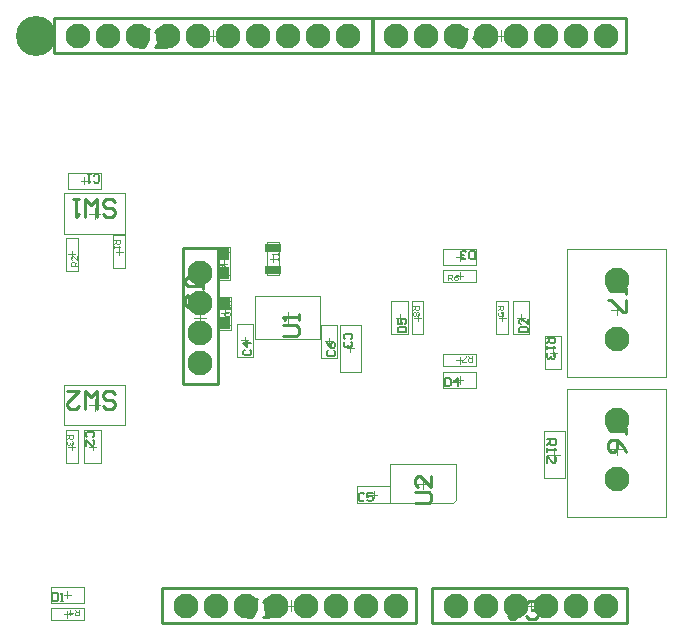
<source format=gbs>
G04*
G04 #@! TF.GenerationSoftware,Altium Limited,Altium Designer,22.7.1 (60)*
G04*
G04 Layer_Color=16711935*
%FSLAX25Y25*%
%MOIN*%
G70*
G04*
G04 #@! TF.SameCoordinates,FBDB1D81-1F97-4559-A255-E9B88A778833*
G04*
G04*
G04 #@! TF.FilePolarity,Negative*
G04*
G01*
G75*
%ADD11C,0.00984*%
%ADD13C,0.00394*%
%ADD14C,0.01000*%
%ADD15C,0.00866*%
%ADD16C,0.00591*%
%ADD26R,0.05512X0.03150*%
%ADD32C,0.08268*%
%ADD33C,0.13386*%
%ADD34C,0.00394*%
%ADD43R,0.03494X0.04194*%
D11*
X63494Y129234D02*
X75305D01*
X63494Y83880D02*
Y129234D01*
Y83880D02*
X75305D01*
Y129234D01*
X20495Y194095D02*
Y205906D01*
Y194095D02*
X126873D01*
Y205906D01*
X20495D02*
X126873D01*
X126495D02*
X211219D01*
Y194095D02*
Y205906D01*
X126495Y194095D02*
X211219D01*
X126495D02*
Y205906D01*
X146495Y4095D02*
Y15905D01*
Y4095D02*
X211534D01*
Y15905D01*
X146495D02*
X211534D01*
X56495Y4095D02*
Y15905D01*
Y4095D02*
X141219D01*
Y15905D01*
X56495D02*
X141219D01*
X75305Y83880D02*
Y129234D01*
X63494Y83880D02*
X75305D01*
X63494D02*
Y129234D01*
X75305D01*
X20495Y205906D02*
X126873D01*
Y194095D02*
Y205906D01*
X20495Y194095D02*
X126873D01*
X20495D02*
Y205906D01*
X126495Y194095D02*
Y205906D01*
Y194095D02*
X211219D01*
Y205906D01*
X126495D02*
X211219D01*
X146495Y15905D02*
X211534D01*
Y4095D02*
Y15905D01*
X146495Y4095D02*
X211534D01*
X146495D02*
Y15905D01*
X56495D02*
X141219D01*
Y4095D02*
Y15905D01*
X56495Y4095D02*
X141219D01*
X56495D02*
Y15905D01*
D13*
X75196Y120079D02*
X79133D01*
X75196Y127953D02*
X79133D01*
X75196Y120079D02*
Y127953D01*
X79133Y120079D02*
Y127953D01*
X75589Y111417D02*
X79526D01*
X75589Y103543D02*
X79526D01*
Y111417D01*
X75589Y103543D02*
Y111417D01*
X67431Y106005D02*
X71368D01*
X69399Y104037D02*
Y107974D01*
X132676Y44193D02*
Y57087D01*
X154723D01*
Y45276D02*
Y57087D01*
X153640Y44193D02*
X154723Y45276D01*
X132676Y44193D02*
X153640D01*
X143700Y48720D02*
Y52658D01*
X141731Y50689D02*
X145668D01*
X73723Y198031D02*
Y201969D01*
X71755Y200000D02*
X75692D01*
X167755D02*
X171692D01*
X169723Y198031D02*
Y201969D01*
X81495Y92913D02*
X87007D01*
Y103937D01*
X81495D02*
X87007D01*
X81495Y92913D02*
Y103937D01*
X84251Y97244D02*
Y99606D01*
X83070Y98425D02*
X85432D01*
X23900Y70079D02*
X24800D01*
X44373D01*
X23900D02*
Y83465D01*
X44373D01*
Y70079D02*
Y83465D01*
X32168Y76772D02*
X36105D01*
X34137Y74803D02*
Y78740D01*
X23900Y133993D02*
X24800D01*
X44373D01*
X23900D02*
Y147379D01*
X44373D01*
Y133993D02*
Y147379D01*
X32168Y140686D02*
X36105D01*
X34137Y138717D02*
Y142654D01*
X184251Y99803D02*
X189763D01*
X184251Y88779D02*
Y99803D01*
Y88779D02*
X189763D01*
Y99803D01*
X187007Y93110D02*
Y95472D01*
X185826Y94291D02*
X188188D01*
X191633Y82185D02*
X224704D01*
X191633Y39665D02*
Y82185D01*
Y39665D02*
X224704D01*
Y82185D01*
X208168Y60138D02*
Y64075D01*
X206200Y62106D02*
X210137D01*
X191633Y128740D02*
X224704D01*
X191633Y86221D02*
Y128740D01*
Y86221D02*
X224704D01*
Y128740D01*
X208168Y106693D02*
Y110630D01*
X206200Y108661D02*
X210137D01*
X26574Y125984D02*
Y128347D01*
X25392Y127165D02*
X27755D01*
X24605Y121653D02*
X28542D01*
Y132677D01*
X24605D02*
X28542D01*
X24605Y121653D02*
Y132677D01*
X173522Y100445D02*
X179034D01*
Y111469D01*
X173522D02*
X179034D01*
X173522Y100445D02*
Y111469D01*
X176278Y104776D02*
Y107138D01*
X175097Y105957D02*
X177459D01*
X170037Y104776D02*
Y107138D01*
X168856Y105957D02*
X171219D01*
X168069Y111469D02*
X172006D01*
X168069Y100445D02*
Y111469D01*
Y100445D02*
X172006D01*
Y111469D01*
X154723Y119960D02*
X157085D01*
X155904Y118779D02*
Y121142D01*
X150392Y117992D02*
Y121929D01*
Y117992D02*
X161416D01*
Y121929D01*
X150392D02*
X161416D01*
Y123378D02*
Y128890D01*
X150392D02*
X161416D01*
X150392Y123378D02*
Y128890D01*
Y123378D02*
X161416D01*
X154723Y126134D02*
X157085D01*
X155904Y124953D02*
Y127315D01*
X141797Y104776D02*
Y107138D01*
X140616Y105957D02*
X142979D01*
X139829Y111469D02*
X143766D01*
X139829Y100445D02*
Y111469D01*
Y100445D02*
X143766D01*
Y111469D01*
X134644Y105957D02*
X137007D01*
X135826Y104776D02*
Y107138D01*
X133070Y100445D02*
Y111469D01*
X138582D01*
Y100445D02*
Y111469D01*
X133070Y100445D02*
X138582D01*
X30707Y150394D02*
Y152756D01*
X29526Y151575D02*
X31889D01*
X25196Y148819D02*
X36219D01*
X25196D02*
Y154331D01*
X36219D01*
Y148819D02*
Y154331D01*
X44290Y122441D02*
Y133465D01*
X40353Y122441D02*
X44290D01*
X40353D02*
Y133465D01*
X44290D01*
X41140Y127953D02*
X43503D01*
X42322Y126772D02*
Y129134D01*
X28542Y57480D02*
Y68504D01*
X24605Y57480D02*
X28542D01*
X24605D02*
Y68504D01*
X28542D01*
X25392Y62992D02*
X27755D01*
X26574Y61811D02*
Y64173D01*
X32282Y62992D02*
X34644D01*
X33463Y61811D02*
Y64173D01*
X36219Y57480D02*
Y68504D01*
X30707Y57480D02*
X36219D01*
X30707D02*
Y68504D01*
X36219D01*
X87628Y98830D02*
Y113190D01*
X109281D01*
Y98830D02*
Y113190D01*
X87628Y98830D02*
X109281D01*
X98454Y104037D02*
Y107974D01*
X96486Y106005D02*
X100423D01*
X111022Y98132D02*
X113385D01*
X112204Y96951D02*
Y99313D01*
X109448Y92620D02*
Y103644D01*
X114959D01*
Y92620D02*
Y103644D01*
X109448Y92620D02*
X114959D01*
X115845Y103642D02*
X122932D01*
X115845Y87894D02*
Y103642D01*
Y87894D02*
X122932D01*
Y103642D01*
X119389Y94587D02*
Y96949D01*
X118207Y95768D02*
X120570D01*
X150392Y89764D02*
X161416D01*
X150392D02*
Y93701D01*
X161416D01*
Y89764D02*
Y93701D01*
X155904Y90551D02*
Y92913D01*
X154723Y91732D02*
X157085D01*
X150392Y82433D02*
Y87945D01*
Y82433D02*
X161416D01*
Y87945D01*
X150392D02*
X161416D01*
X154723Y85189D02*
X157085D01*
X155904Y84008D02*
Y86370D01*
X127164Y45768D02*
Y48130D01*
X125983Y46949D02*
X128345D01*
X121652Y49705D02*
X132676D01*
Y44193D02*
Y49705D01*
X121652Y44193D02*
X132676D01*
X121652D02*
Y49705D01*
X183857Y68110D02*
X190944D01*
X183857Y52362D02*
Y68110D01*
Y52362D02*
X190944D01*
Y68110D01*
X187400Y58268D02*
Y62205D01*
X185432Y60236D02*
X189369D01*
X179723Y8032D02*
Y11969D01*
X177755Y10000D02*
X181692D01*
X99723Y8032D02*
Y11969D01*
X97755Y10000D02*
X101692D01*
X19487Y10827D02*
Y16339D01*
Y10827D02*
X30511D01*
Y16339D01*
X19487D02*
X30511D01*
X23818Y13583D02*
X26180D01*
X24999Y12402D02*
Y14764D01*
X19487Y5118D02*
X30511D01*
X19487D02*
Y9055D01*
X30511D01*
Y5118D02*
Y9055D01*
X24999Y5906D02*
Y8268D01*
X23818Y7087D02*
X26180D01*
X93700Y124409D02*
Y126772D01*
X92519Y125591D02*
X94881D01*
X91731Y131102D02*
X95668D01*
Y120079D02*
Y131102D01*
X91731Y120079D02*
X95668D01*
X91731D02*
Y131102D01*
X77164Y122835D02*
Y125197D01*
X75983Y124016D02*
X78345D01*
X75196Y118504D02*
X79133D01*
X75196D02*
Y129528D01*
X79133D01*
Y118504D02*
Y129528D01*
X77558Y106299D02*
Y108661D01*
X76377Y107480D02*
X78739D01*
X75589Y112992D02*
X79526D01*
Y101969D02*
Y112992D01*
X75589Y101969D02*
X79526D01*
X75589D02*
Y112992D01*
X154723Y45276D02*
Y57087D01*
X153640Y44193D02*
X154723Y45276D01*
X132676Y44193D02*
X153640D01*
X132676D02*
Y57087D01*
X154723D01*
X81495Y92913D02*
X87007D01*
X81495D02*
Y103937D01*
X87007D01*
Y92913D02*
Y103937D01*
X23900Y70079D02*
X24800D01*
X44373D01*
Y83465D01*
X23900Y70079D02*
Y83465D01*
X44373D01*
X23900Y133993D02*
X24800D01*
X44373D01*
Y147379D01*
X23900Y133993D02*
Y147379D01*
X44373D01*
X184251Y99803D02*
X189763D01*
Y88779D02*
Y99803D01*
X184251Y88779D02*
X189763D01*
X184251D02*
Y99803D01*
X191633Y82185D02*
X224704D01*
Y39665D02*
Y82185D01*
X191633Y39665D02*
X224704D01*
X191633D02*
Y82185D01*
Y128740D02*
X224704D01*
Y86221D02*
Y128740D01*
X191633Y86221D02*
X224704D01*
X191633D02*
Y128740D01*
X24605Y121653D02*
X28542D01*
Y132677D01*
X24605D02*
X28542D01*
X24605Y121653D02*
Y132677D01*
X173522Y100445D02*
X179034D01*
X173522D02*
Y111469D01*
X179034D01*
Y100445D02*
Y111469D01*
X168069D02*
X172006D01*
X168069Y100445D02*
Y111469D01*
Y100445D02*
X172006D01*
Y111469D01*
X150392Y117992D02*
Y121929D01*
Y117992D02*
X161416D01*
Y121929D01*
X150392D02*
X161416D01*
Y123378D02*
Y128890D01*
X150392Y123378D02*
X161416D01*
X150392D02*
Y128890D01*
X161416D01*
X139829Y111469D02*
X143766D01*
X139829Y100445D02*
Y111469D01*
Y100445D02*
X143766D01*
Y111469D01*
X138582Y100445D02*
Y111469D01*
X133070D02*
X138582D01*
X133070Y100445D02*
Y111469D01*
Y100445D02*
X138582D01*
X25196Y154331D02*
X36219D01*
X25196Y148819D02*
Y154331D01*
Y148819D02*
X36219D01*
Y154331D01*
X44290Y122441D02*
Y133465D01*
X40353Y122441D02*
X44290D01*
X40353D02*
Y133465D01*
X44290D01*
X28542Y57480D02*
Y68504D01*
X24605Y57480D02*
X28542D01*
X24605D02*
Y68504D01*
X28542D01*
X30707Y57480D02*
Y68504D01*
Y57480D02*
X36219D01*
Y68504D01*
X30707D02*
X36219D01*
X109281Y98830D02*
Y113190D01*
X87628D02*
X109281D01*
X87628Y98830D02*
X109281D01*
X87628D02*
Y113190D01*
X114959Y92620D02*
Y103644D01*
X109448D02*
X114959D01*
X109448Y92620D02*
Y103644D01*
Y92620D02*
X114959D01*
X115845Y103642D02*
X122932D01*
Y87894D02*
Y103642D01*
X115845Y87894D02*
X122932D01*
X115845D02*
Y103642D01*
X150392Y89764D02*
X161416D01*
X150392D02*
Y93701D01*
X161416D01*
Y89764D02*
Y93701D01*
X150392Y82433D02*
Y87945D01*
X161416D01*
Y82433D02*
Y87945D01*
X150392Y82433D02*
X161416D01*
X121652Y44193D02*
X132676D01*
Y49705D01*
X121652D02*
X132676D01*
X121652Y44193D02*
Y49705D01*
X190944Y52362D02*
Y68110D01*
X183857Y52362D02*
X190944D01*
X183857Y68110D02*
X190944D01*
X183857Y52362D02*
Y68110D01*
X19487Y10827D02*
Y16339D01*
X30511D01*
Y10827D02*
Y16339D01*
X19487Y10827D02*
X30511D01*
X19487Y5118D02*
X30511D01*
X19487D02*
Y9055D01*
X30511D01*
Y5118D02*
Y9055D01*
X28148Y123228D02*
X26180D01*
Y124212D01*
X26509Y124540D01*
X27165D01*
X27492Y124212D01*
Y123228D01*
Y123884D02*
X28148Y124540D01*
Y126508D02*
Y125196D01*
X26836Y126508D01*
X26509D01*
X26180Y126180D01*
Y125524D01*
X26509Y125196D01*
X168463Y109894D02*
X170431D01*
Y108910D01*
X170103Y108582D01*
X169447D01*
X169119Y108910D01*
Y109894D01*
Y109238D02*
X168463Y108582D01*
X170431Y106614D02*
Y107926D01*
X169447D01*
X169774Y107270D01*
Y106942D01*
X169447Y106614D01*
X168791D01*
X168463Y106942D01*
Y107598D01*
X168791Y107926D01*
X151967Y118386D02*
Y120353D01*
X152951D01*
X153279Y120026D01*
Y119370D01*
X152951Y119042D01*
X151967D01*
X152623D02*
X153279Y118386D01*
X155247Y120353D02*
X154591Y120026D01*
X153935Y119370D01*
Y118714D01*
X154263Y118386D01*
X154919D01*
X155247Y118714D01*
Y119042D01*
X154919Y119370D01*
X153935D01*
X140223Y109894D02*
X142191D01*
Y108910D01*
X141863Y108582D01*
X141207D01*
X140879Y108910D01*
Y109894D01*
Y109238D02*
X140223Y108582D01*
X141863Y107926D02*
X142191Y107598D01*
Y106942D01*
X141863Y106614D01*
X141535D01*
X141207Y106942D01*
X140879Y106614D01*
X140551D01*
X140223Y106942D01*
Y107598D01*
X140551Y107926D01*
X140879D01*
X141207Y107598D01*
X141535Y107926D01*
X141863D01*
X141207Y107598D02*
Y106942D01*
X40747Y131890D02*
X42715D01*
Y130906D01*
X42387Y130578D01*
X41731D01*
X41403Y130906D01*
Y131890D01*
Y131234D02*
X40747Y130578D01*
Y129922D02*
Y129266D01*
Y129594D01*
X42715D01*
X42387Y129922D01*
X24999Y66929D02*
X26967D01*
Y65945D01*
X26639Y65617D01*
X25983D01*
X25655Y65945D01*
Y66929D01*
Y66273D02*
X24999Y65617D01*
X26639Y64961D02*
X26967Y64633D01*
Y63977D01*
X26639Y63649D01*
X26311D01*
X25983Y63977D01*
Y64305D01*
Y63977D01*
X25655Y63649D01*
X25327D01*
X24999Y63977D01*
Y64633D01*
X25327Y64961D01*
X159841Y93307D02*
Y91339D01*
X158857D01*
X158529Y91667D01*
Y92323D01*
X158857Y92651D01*
X159841D01*
X159185D02*
X158529Y93307D01*
X157873Y91339D02*
X156562D01*
Y91667D01*
X157873Y92979D01*
Y93307D01*
X28936Y8661D02*
Y6694D01*
X27952D01*
X27624Y7022D01*
Y7677D01*
X27952Y8005D01*
X28936D01*
X28280D02*
X27624Y8661D01*
X25984D02*
Y6694D01*
X26968Y7677D01*
X25656D01*
X91731Y131102D02*
X95668D01*
Y120079D02*
Y131102D01*
X91731Y120079D02*
X95668D01*
X91731D02*
Y131102D01*
X75196Y118504D02*
X79133D01*
X75196D02*
Y129528D01*
X79133D01*
Y118504D02*
Y129528D01*
X75589Y112992D02*
X79526D01*
Y101969D02*
Y112992D01*
X75589Y101969D02*
X79526D01*
X75589D02*
Y112992D01*
X95274Y129528D02*
X93306D01*
Y128544D01*
X93634Y128216D01*
X94290D01*
X94618Y128544D01*
Y129528D01*
Y128872D02*
X95274Y128216D01*
Y127560D02*
Y126904D01*
Y127232D01*
X93306D01*
X93634Y127560D01*
X95274Y125920D02*
Y125264D01*
Y125592D01*
X93306D01*
X93634Y125920D01*
X75589Y120079D02*
X77557D01*
Y121063D01*
X77229Y121391D01*
X76573D01*
X76245Y121063D01*
Y120079D01*
Y120735D02*
X75589Y121391D01*
X75917Y122047D02*
X75589Y122375D01*
Y123030D01*
X75917Y123359D01*
X77229D01*
X77557Y123030D01*
Y122375D01*
X77229Y122047D01*
X76901D01*
X76573Y122375D01*
Y123359D01*
X79133Y111417D02*
X77165D01*
Y110433D01*
X77493Y110105D01*
X78149D01*
X78477Y110433D01*
Y111417D01*
Y110761D02*
X79133Y110105D01*
Y109450D02*
Y108793D01*
Y109122D01*
X77165D01*
X77493Y109450D01*
Y107810D02*
X77165Y107482D01*
Y106826D01*
X77493Y106498D01*
X78805D01*
X79133Y106826D01*
Y107482D01*
X78805Y107810D01*
X77493D01*
D14*
X70137Y115655D02*
Y117654D01*
Y116654D01*
X65138D01*
X64139Y117654D01*
Y118654D01*
X65138Y119653D01*
X70137Y109657D02*
Y113655D01*
X67138D01*
X68137Y111656D01*
Y110656D01*
X67138Y109657D01*
X65138D01*
X64139Y110656D01*
Y112656D01*
X65138Y113655D01*
X52147Y202077D02*
X50148D01*
X51147D01*
Y197078D01*
X50148Y196079D01*
X49148D01*
X48148Y197078D01*
X58145Y196079D02*
X54146D01*
X58145Y200077D01*
Y201077D01*
X57146Y202077D01*
X55146D01*
X54146Y201077D01*
X158147Y202077D02*
X156148D01*
X157147D01*
Y197078D01*
X156148Y196079D01*
X155148D01*
X154148Y197078D01*
X163145Y196079D02*
Y202077D01*
X160146Y199078D01*
X164145D01*
X37012Y76679D02*
X38012Y75679D01*
X40011D01*
X41011Y76679D01*
Y77678D01*
X40011Y78678D01*
X38012D01*
X37012Y79678D01*
Y80677D01*
X38012Y81677D01*
X40011D01*
X41011Y80677D01*
X35013Y75679D02*
Y81677D01*
X33013Y79678D01*
X31014Y81677D01*
Y75679D01*
X25016Y81677D02*
X29015D01*
X25016Y77678D01*
Y76679D01*
X26015Y75679D01*
X28015D01*
X29015Y76679D01*
X37012Y140593D02*
X38012Y139593D01*
X40011D01*
X41011Y140593D01*
Y141593D01*
X40011Y142592D01*
X38012D01*
X37012Y143592D01*
Y144592D01*
X38012Y145591D01*
X40011D01*
X41011Y144592D01*
X35013Y139593D02*
Y145591D01*
X33013Y143592D01*
X31014Y145591D01*
Y139593D01*
X29015Y145591D02*
X27015D01*
X28015D01*
Y139593D01*
X29015Y140593D01*
X211239Y67222D02*
Y69222D01*
Y68222D01*
X206240D01*
X205241Y69222D01*
Y70221D01*
X206240Y71221D01*
X211239Y61224D02*
X210239Y63224D01*
X208240Y65223D01*
X206240D01*
X205241Y64223D01*
Y62224D01*
X206240Y61224D01*
X207240D01*
X208240Y62224D01*
Y65223D01*
X211239Y113777D02*
Y115777D01*
Y114777D01*
X206240D01*
X205241Y115777D01*
Y116776D01*
X206240Y117776D01*
X211239Y111778D02*
Y107779D01*
X210239D01*
X206240Y111778D01*
X205241D01*
X175940Y11673D02*
X173941D01*
X174940D01*
Y6674D01*
X173941Y5675D01*
X172941D01*
X171941Y6674D01*
X177939Y10673D02*
X178939Y11673D01*
X180938D01*
X181938Y10673D01*
Y9673D01*
X180938Y8674D01*
X179938D01*
X180938D01*
X181938Y7674D01*
Y6674D01*
X180938Y5675D01*
X178939D01*
X177939Y6674D01*
X88147Y12077D02*
X86148D01*
X87147D01*
Y7078D01*
X86148Y6079D01*
X85148D01*
X84148Y7078D01*
X90146Y6079D02*
X92146D01*
X91146D01*
Y12077D01*
X90146Y11077D01*
D15*
X140867Y44075D02*
X145458D01*
X146377Y44993D01*
Y46830D01*
X145458Y47748D01*
X140867D01*
X146377Y53258D02*
Y49585D01*
X142703Y53258D01*
X141785D01*
X140867Y52340D01*
Y50503D01*
X141785Y49585D01*
X96775Y99696D02*
X101367D01*
X102285Y100615D01*
Y102451D01*
X101367Y103370D01*
X96775D01*
X102285Y105206D02*
Y107043D01*
Y106125D01*
X96775D01*
X97693Y105206D01*
D16*
X84120Y95341D02*
X83661Y94881D01*
Y93963D01*
X84120Y93504D01*
X85957D01*
X86416Y93963D01*
Y94881D01*
X85957Y95341D01*
X86416Y97636D02*
X83661D01*
X85039Y96259D01*
Y98096D01*
X184841Y99213D02*
X187596D01*
Y97835D01*
X187137Y97376D01*
X186219D01*
X185760Y97835D01*
Y99213D01*
Y98294D02*
X184841Y97376D01*
Y96458D02*
Y95539D01*
Y95998D01*
X187596D01*
X187137Y96458D01*
Y94162D02*
X187596Y93703D01*
Y92784D01*
X187137Y92325D01*
X186678D01*
X186219Y92784D01*
Y93243D01*
Y92784D01*
X185760Y92325D01*
X185301D01*
X184841Y92784D01*
Y93703D01*
X185301Y94162D01*
X175689Y101036D02*
X178444D01*
Y102413D01*
X177984Y102872D01*
X176148D01*
X175689Y102413D01*
Y101036D01*
X178444Y105627D02*
Y103791D01*
X176607Y105627D01*
X176148D01*
X175689Y105168D01*
Y104250D01*
X176148Y103791D01*
X160826Y125545D02*
Y128299D01*
X159448D01*
X158989Y127840D01*
Y126004D01*
X159448Y125545D01*
X160826D01*
X158071Y126004D02*
X157611Y125545D01*
X156693D01*
X156234Y126004D01*
Y126463D01*
X156693Y126922D01*
X157152D01*
X156693D01*
X156234Y127381D01*
Y127840D01*
X156693Y128299D01*
X157611D01*
X158071Y127840D01*
X135236Y101036D02*
X137991D01*
Y102413D01*
X137532Y102872D01*
X135695D01*
X135236Y102413D01*
Y101036D01*
Y105627D02*
Y103791D01*
X136613D01*
X136154Y104709D01*
Y105168D01*
X136613Y105627D01*
X137532D01*
X137991Y105168D01*
Y104250D01*
X137532Y103791D01*
X33792Y151444D02*
X34251Y150985D01*
X35170D01*
X35629Y151444D01*
Y153281D01*
X35170Y153740D01*
X34251D01*
X33792Y153281D01*
X32874Y153740D02*
X31955D01*
X32414D01*
Y150985D01*
X32874Y151444D01*
X33594Y66077D02*
X34053Y66536D01*
Y67454D01*
X33594Y67913D01*
X31757D01*
X31298Y67454D01*
Y66536D01*
X31757Y66077D01*
X31298Y63322D02*
Y65158D01*
X33135Y63322D01*
X33594D01*
X34053Y63781D01*
Y64699D01*
X33594Y65158D01*
X112073Y95047D02*
X111614Y94588D01*
Y93670D01*
X112073Y93211D01*
X113910D01*
X114369Y93670D01*
Y94588D01*
X113910Y95047D01*
X111614Y97802D02*
X112073Y96884D01*
X112991Y95966D01*
X113910D01*
X114369Y96425D01*
Y97343D01*
X113910Y97802D01*
X113451D01*
X112991Y97343D01*
Y95966D01*
X119519Y98852D02*
X119978Y99312D01*
Y100230D01*
X119519Y100689D01*
X117682D01*
X117223Y100230D01*
Y99312D01*
X117682Y98852D01*
X119519Y97934D02*
X119978Y97475D01*
Y96556D01*
X119519Y96097D01*
X119060D01*
X118601Y96556D01*
Y97016D01*
Y96556D01*
X118141Y96097D01*
X117682D01*
X117223Y96556D01*
Y97475D01*
X117682Y97934D01*
X150983Y85779D02*
Y83024D01*
X152360D01*
X152820Y83483D01*
Y85320D01*
X152360Y85779D01*
X150983D01*
X155116Y83024D02*
Y85779D01*
X153738Y84401D01*
X155575D01*
X124080Y47079D02*
X123620Y47539D01*
X122702D01*
X122243Y47079D01*
Y45243D01*
X122702Y44783D01*
X123620D01*
X124080Y45243D01*
X126835Y47539D02*
X124998D01*
Y46161D01*
X125916Y46620D01*
X126375D01*
X126835Y46161D01*
Y45243D01*
X126375Y44783D01*
X125457D01*
X124998Y45243D01*
X184841Y65551D02*
X187990D01*
Y63977D01*
X187465Y63452D01*
X186416D01*
X185891Y63977D01*
Y65551D01*
Y64502D02*
X184841Y63452D01*
Y62403D02*
Y61353D01*
Y61878D01*
X187990D01*
X187465Y62403D01*
X184841Y57680D02*
Y59779D01*
X186940Y57680D01*
X187465D01*
X187990Y58205D01*
Y59254D01*
X187465Y59779D01*
X20077Y14172D02*
Y11417D01*
X21455D01*
X21914Y11876D01*
Y13713D01*
X21455Y14172D01*
X20077D01*
X22832Y11417D02*
X23751D01*
X23292D01*
Y14172D01*
X22832Y13713D01*
D26*
X93700Y121850D02*
D03*
Y129331D02*
D03*
D32*
X69399Y91005D02*
D03*
Y101005D02*
D03*
Y111005D02*
D03*
Y121005D02*
D03*
X48723Y200000D02*
D03*
X118723D02*
D03*
X108723D02*
D03*
X98723D02*
D03*
X88723D02*
D03*
X78723D02*
D03*
X68723D02*
D03*
X58723D02*
D03*
X38723D02*
D03*
X28723D02*
D03*
X134723D02*
D03*
X144723D02*
D03*
X154723D02*
D03*
X164723D02*
D03*
X174723D02*
D03*
X184723D02*
D03*
X194723D02*
D03*
X204723D02*
D03*
X208168Y71949D02*
D03*
Y52264D02*
D03*
Y118504D02*
D03*
Y98819D02*
D03*
X204723Y10000D02*
D03*
X194723D02*
D03*
X184723D02*
D03*
X174723D02*
D03*
X164723D02*
D03*
X154723D02*
D03*
X134723D02*
D03*
X124723D02*
D03*
X114723D02*
D03*
X104723D02*
D03*
X94723D02*
D03*
X84723D02*
D03*
X74723D02*
D03*
X64723D02*
D03*
D33*
X14723Y200000D02*
D03*
D34*
X214723Y30000D02*
D03*
Y140000D02*
D03*
X9723Y10000D02*
D03*
D43*
X77164Y127166D02*
D03*
Y120866D02*
D03*
X77558Y104330D02*
D03*
Y110630D02*
D03*
M02*

</source>
